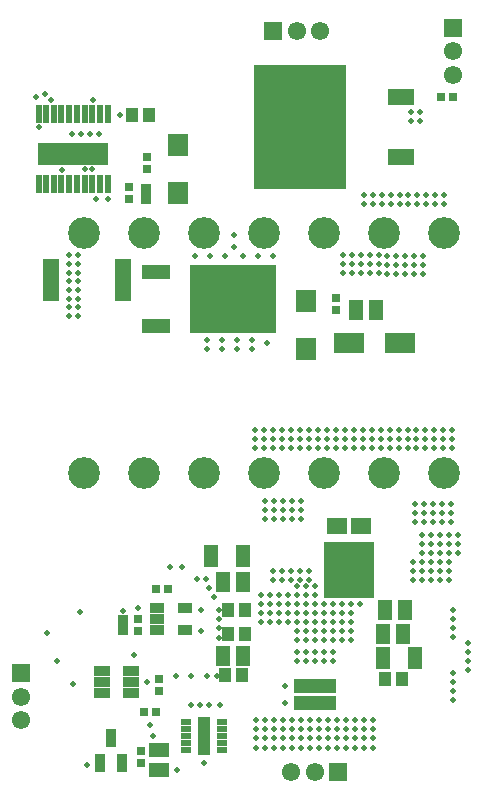
<source format=gbs>
G04*
G04 #@! TF.GenerationSoftware,Altium Limited,Altium Designer,21.2.2 (38)*
G04*
G04 Layer_Color=16711935*
%FSLAX23Y23*%
%MOIN*%
G70*
G04*
G04 #@! TF.SameCoordinates,6939E313-D8E2-45C8-8463-115B02E7E026*
G04*
G04*
G04 #@! TF.FilePolarity,Negative*
G04*
G01*
G75*
%ADD26R,0.027X0.028*%
%ADD29R,0.066X0.049*%
%ADD33R,0.028X0.027*%
%ADD34R,0.039X0.047*%
%ADD35R,0.032X0.034*%
%ADD39R,0.061X0.061*%
%ADD40C,0.061*%
%ADD41R,0.061X0.061*%
%ADD42C,0.106*%
%ADD43C,0.020*%
%ADD71R,0.057X0.032*%
%ADD72R,0.032X0.059*%
%ADD73R,0.047X0.032*%
%ADD74R,0.091X0.056*%
%ADD75R,0.305X0.417*%
%ADD76R,0.039X0.126*%
%ADD77R,0.036X0.024*%
%ADD78R,0.140X0.051*%
%ADD79R,0.049X0.066*%
%ADD80R,0.051X0.075*%
%ADD81R,0.053X0.142*%
%ADD82R,0.071X0.073*%
%ADD83R,0.171X0.191*%
%ADD84R,0.065X0.053*%
%ADD85R,0.101X0.069*%
%ADD86R,0.288X0.228*%
%ADD87R,0.097X0.045*%
%ADD88R,0.232X0.078*%
%ADD89R,0.022X0.059*%
D26*
X1520Y1260D02*
D03*
X1480D02*
D03*
X1560Y1670D02*
D03*
X1520D02*
D03*
X2470Y3310D02*
D03*
X2510D02*
D03*
D29*
X1530Y1067D02*
D03*
Y1133D02*
D03*
D33*
Y1330D02*
D03*
Y1370D02*
D03*
X1470Y1130D02*
D03*
Y1090D02*
D03*
X1460Y1530D02*
D03*
Y1570D02*
D03*
X1490Y3070D02*
D03*
Y3110D02*
D03*
X1430Y2970D02*
D03*
Y3010D02*
D03*
X2120Y2640D02*
D03*
Y2600D02*
D03*
D34*
X2285Y1370D02*
D03*
X2340D02*
D03*
X1752Y1383D02*
D03*
X1808D02*
D03*
X1762Y1518D02*
D03*
X1818D02*
D03*
X1762Y1600D02*
D03*
X1818D02*
D03*
X1442Y3250D02*
D03*
X1498D02*
D03*
D35*
X1410Y1567D02*
D03*
Y1533D02*
D03*
X1488Y3002D02*
D03*
Y2968D02*
D03*
D39*
X1911Y3530D02*
D03*
X2129Y1060D02*
D03*
D40*
X1990Y3530D02*
D03*
X2069D02*
D03*
X2510Y3461D02*
D03*
Y3383D02*
D03*
X2050Y1060D02*
D03*
X1971D02*
D03*
X1070Y1310D02*
D03*
Y1231D02*
D03*
D41*
X2510Y3540D02*
D03*
X1070Y1389D02*
D03*
D42*
X1280Y2855D02*
D03*
X1480D02*
D03*
X1680D02*
D03*
X2080D02*
D03*
X2480D02*
D03*
X1880D02*
D03*
X2280D02*
D03*
X1280Y2055D02*
D03*
X1480D02*
D03*
X1680D02*
D03*
X2080D02*
D03*
X2480D02*
D03*
X1880D02*
D03*
X2280D02*
D03*
D43*
X1246Y1351D02*
D03*
X1267Y1592D02*
D03*
X1157Y1522D02*
D03*
X1190Y1430D02*
D03*
X1510Y1180D02*
D03*
X1461Y1606D02*
D03*
X1411Y1596D02*
D03*
X1448Y1448D02*
D03*
X1502Y1216D02*
D03*
X1490Y1360D02*
D03*
X1291Y1083D02*
D03*
X1670Y1600D02*
D03*
Y1530D02*
D03*
X1951Y1288D02*
D03*
Y1345D02*
D03*
X1230Y2752D02*
D03*
X1260D02*
D03*
X1230Y2781D02*
D03*
X1260D02*
D03*
Y2724D02*
D03*
X1230D02*
D03*
X1260Y2695D02*
D03*
X1230D02*
D03*
X1260Y2666D02*
D03*
X1230D02*
D03*
X1260Y2637D02*
D03*
X1230D02*
D03*
X1260Y2609D02*
D03*
X1230D02*
D03*
X1260Y2580D02*
D03*
X1230D02*
D03*
X1609Y1741D02*
D03*
X1569D02*
D03*
X1690Y1380D02*
D03*
X1637D02*
D03*
X1587D02*
D03*
X1736Y1281D02*
D03*
X1699D02*
D03*
X1669D02*
D03*
X1639D02*
D03*
X1723Y1380D02*
D03*
X1715Y1643D02*
D03*
X1699Y1671D02*
D03*
X1689Y1701D02*
D03*
X1659D02*
D03*
X1730Y1539D02*
D03*
Y1569D02*
D03*
Y1599D02*
D03*
Y1507D02*
D03*
X2003Y1140D02*
D03*
X2033D02*
D03*
X1973D02*
D03*
X1943D02*
D03*
X1913D02*
D03*
X1883D02*
D03*
X1853D02*
D03*
X2213D02*
D03*
X2243D02*
D03*
X2183D02*
D03*
X2153D02*
D03*
X2123D02*
D03*
X2093D02*
D03*
X2063D02*
D03*
X2093Y1232D02*
D03*
X2063D02*
D03*
X2123D02*
D03*
X2063Y1202D02*
D03*
Y1172D02*
D03*
X2093D02*
D03*
Y1202D02*
D03*
X2123D02*
D03*
Y1172D02*
D03*
X2153D02*
D03*
X2183D02*
D03*
X2153Y1202D02*
D03*
X2183D02*
D03*
X2153Y1232D02*
D03*
X2183D02*
D03*
X2243D02*
D03*
X2213D02*
D03*
X2243Y1202D02*
D03*
X2213D02*
D03*
X2243Y1172D02*
D03*
X2213D02*
D03*
X1883Y1232D02*
D03*
X1853D02*
D03*
X1913D02*
D03*
X1853Y1202D02*
D03*
Y1172D02*
D03*
X1883D02*
D03*
Y1202D02*
D03*
X1913D02*
D03*
Y1172D02*
D03*
X1943D02*
D03*
X1973D02*
D03*
X1943Y1202D02*
D03*
X1973D02*
D03*
X1943Y1232D02*
D03*
X1973D02*
D03*
X2033D02*
D03*
X2003D02*
D03*
X2033Y1202D02*
D03*
X2003D02*
D03*
X2033Y1172D02*
D03*
X2003D02*
D03*
X2560Y1490D02*
D03*
Y1400D02*
D03*
Y1430D02*
D03*
Y1460D02*
D03*
X2510Y1390D02*
D03*
Y1300D02*
D03*
Y1330D02*
D03*
Y1360D02*
D03*
Y1600D02*
D03*
Y1510D02*
D03*
Y1540D02*
D03*
Y1570D02*
D03*
X1590Y1065D02*
D03*
X1680Y1090D02*
D03*
X1400Y3250D02*
D03*
X1331Y3187D02*
D03*
X1301D02*
D03*
X1271D02*
D03*
X1241D02*
D03*
X1121Y3308D02*
D03*
X1170Y3300D02*
D03*
X1150Y3320D02*
D03*
X2370Y3230D02*
D03*
X2400D02*
D03*
X2370Y3260D02*
D03*
X2400D02*
D03*
X2362Y2983D02*
D03*
Y2953D02*
D03*
X2392D02*
D03*
X2422D02*
D03*
X2392Y2983D02*
D03*
X2422D02*
D03*
X2482D02*
D03*
X2452D02*
D03*
X2482Y2953D02*
D03*
X2452D02*
D03*
X2305Y2954D02*
D03*
X2335D02*
D03*
X2305Y2984D02*
D03*
X2335D02*
D03*
X2275D02*
D03*
X2245D02*
D03*
X2275Y2954D02*
D03*
X2245D02*
D03*
X2215D02*
D03*
Y2984D02*
D03*
X2143Y2781D02*
D03*
Y2751D02*
D03*
Y2721D02*
D03*
X2173D02*
D03*
X2203D02*
D03*
X2173Y2751D02*
D03*
X2203D02*
D03*
X2173Y2781D02*
D03*
X2203D02*
D03*
X2263D02*
D03*
X2233D02*
D03*
X2263Y2751D02*
D03*
X2233D02*
D03*
X2263Y2721D02*
D03*
X2233D02*
D03*
X2380Y2720D02*
D03*
X2410D02*
D03*
X2380Y2750D02*
D03*
X2410D02*
D03*
X2380Y2780D02*
D03*
X2410D02*
D03*
X2350D02*
D03*
X2320D02*
D03*
X2350Y2750D02*
D03*
X2320D02*
D03*
X2350Y2720D02*
D03*
X2320D02*
D03*
X2290D02*
D03*
Y2750D02*
D03*
Y2780D02*
D03*
X2379Y1759D02*
D03*
Y1729D02*
D03*
Y1699D02*
D03*
X2409D02*
D03*
X2439D02*
D03*
X2409Y1729D02*
D03*
X2439D02*
D03*
X2409Y1759D02*
D03*
X2439D02*
D03*
X2499D02*
D03*
X2469D02*
D03*
X2499Y1729D02*
D03*
X2469D02*
D03*
X2499Y1699D02*
D03*
X2469D02*
D03*
X2409Y1849D02*
D03*
Y1819D02*
D03*
Y1789D02*
D03*
X2439D02*
D03*
X2469D02*
D03*
X2439Y1819D02*
D03*
X2469D02*
D03*
X2439Y1849D02*
D03*
X2469D02*
D03*
X2529D02*
D03*
X2499D02*
D03*
X2529Y1819D02*
D03*
X2499D02*
D03*
X2529Y1789D02*
D03*
X2499D02*
D03*
X1974Y1902D02*
D03*
X2004D02*
D03*
X1974Y1932D02*
D03*
X2004D02*
D03*
X1974Y1962D02*
D03*
X2004D02*
D03*
X1944D02*
D03*
X1914D02*
D03*
X1944Y1932D02*
D03*
X1914D02*
D03*
X1944Y1902D02*
D03*
X1914D02*
D03*
X1884D02*
D03*
Y1932D02*
D03*
Y1962D02*
D03*
X2474Y1892D02*
D03*
X2504D02*
D03*
X2474Y1922D02*
D03*
X2504D02*
D03*
X2474Y1952D02*
D03*
X2504D02*
D03*
X2444D02*
D03*
X2414D02*
D03*
X2444Y1922D02*
D03*
X2414D02*
D03*
X2444Y1892D02*
D03*
X2414D02*
D03*
X2384D02*
D03*
Y1922D02*
D03*
Y1952D02*
D03*
X1850Y2140D02*
D03*
Y2170D02*
D03*
Y2200D02*
D03*
X2387Y2199D02*
D03*
Y2169D02*
D03*
Y2139D02*
D03*
X2417D02*
D03*
X2447D02*
D03*
X2417Y2169D02*
D03*
X2447D02*
D03*
X2417Y2199D02*
D03*
X2447D02*
D03*
X2507D02*
D03*
X2477D02*
D03*
X2507Y2169D02*
D03*
X2477D02*
D03*
X2507Y2139D02*
D03*
X2477D02*
D03*
X2330Y2140D02*
D03*
X2360D02*
D03*
X2330Y2170D02*
D03*
X2360D02*
D03*
X2330Y2200D02*
D03*
X2360D02*
D03*
X2300D02*
D03*
X2270D02*
D03*
X2300Y2170D02*
D03*
X2270D02*
D03*
X2300Y2140D02*
D03*
X2270D02*
D03*
X2240D02*
D03*
Y2170D02*
D03*
X2210D02*
D03*
Y2140D02*
D03*
X2240Y2200D02*
D03*
X2210D02*
D03*
X2030D02*
D03*
X2000D02*
D03*
X2060D02*
D03*
X2000Y2170D02*
D03*
Y2140D02*
D03*
X2030D02*
D03*
Y2170D02*
D03*
X2060D02*
D03*
Y2140D02*
D03*
X2090D02*
D03*
X2120D02*
D03*
X2090Y2170D02*
D03*
X2120D02*
D03*
X2090Y2200D02*
D03*
X2120D02*
D03*
X2180D02*
D03*
X2150D02*
D03*
X2180Y2170D02*
D03*
X2150D02*
D03*
X2180Y2140D02*
D03*
X2150D02*
D03*
X1940D02*
D03*
X1970D02*
D03*
X1940Y2170D02*
D03*
X1970D02*
D03*
X1940Y2200D02*
D03*
X1970D02*
D03*
X1910D02*
D03*
Y2170D02*
D03*
Y2140D02*
D03*
X1880D02*
D03*
Y2170D02*
D03*
Y2200D02*
D03*
X1910Y1730D02*
D03*
Y1700D02*
D03*
X1940D02*
D03*
Y1730D02*
D03*
X1970D02*
D03*
X2000D02*
D03*
X1970Y1700D02*
D03*
X2000D02*
D03*
X2030D02*
D03*
Y1730D02*
D03*
X1870Y1620D02*
D03*
Y1590D02*
D03*
Y1560D02*
D03*
X1900D02*
D03*
Y1590D02*
D03*
Y1620D02*
D03*
X1870Y1650D02*
D03*
X1900D02*
D03*
X1960D02*
D03*
X1930D02*
D03*
X1960Y1620D02*
D03*
X1930D02*
D03*
X1960Y1590D02*
D03*
X1930D02*
D03*
X1960Y1560D02*
D03*
X1930D02*
D03*
X2140Y1500D02*
D03*
X2170D02*
D03*
X2140Y1530D02*
D03*
X2170D02*
D03*
X2140Y1560D02*
D03*
X2170D02*
D03*
X2140Y1590D02*
D03*
X2170D02*
D03*
X2140Y1620D02*
D03*
X2170D02*
D03*
X2200D02*
D03*
X2110D02*
D03*
X2080D02*
D03*
X2110Y1590D02*
D03*
X2080D02*
D03*
X2110Y1560D02*
D03*
Y1530D02*
D03*
Y1500D02*
D03*
Y1460D02*
D03*
Y1430D02*
D03*
X2080D02*
D03*
X2050D02*
D03*
X2080Y1460D02*
D03*
X2050D02*
D03*
Y1500D02*
D03*
X2080D02*
D03*
X2050Y1530D02*
D03*
X2080D02*
D03*
Y1560D02*
D03*
X2050D02*
D03*
Y1590D02*
D03*
X2020D02*
D03*
Y1560D02*
D03*
Y1530D02*
D03*
Y1500D02*
D03*
Y1460D02*
D03*
Y1430D02*
D03*
X1990D02*
D03*
Y1460D02*
D03*
Y1500D02*
D03*
Y1530D02*
D03*
Y1560D02*
D03*
Y1590D02*
D03*
X2050Y1680D02*
D03*
Y1650D02*
D03*
Y1620D02*
D03*
X1990D02*
D03*
Y1650D02*
D03*
Y1680D02*
D03*
X2020D02*
D03*
Y1620D02*
D03*
Y1650D02*
D03*
X1130Y3210D02*
D03*
X1208Y3065D02*
D03*
X1650Y2780D02*
D03*
X1910D02*
D03*
X1700D02*
D03*
X1860D02*
D03*
X1750D02*
D03*
X1810D02*
D03*
X1780Y2810D02*
D03*
Y2850D02*
D03*
X1840Y2500D02*
D03*
X1690D02*
D03*
X1740D02*
D03*
X1790D02*
D03*
X1890Y2490D02*
D03*
X1840Y2470D02*
D03*
X1790D02*
D03*
X1740D02*
D03*
X1690D02*
D03*
X1310Y3300D02*
D03*
X1360Y2970D02*
D03*
X1320D02*
D03*
X1284Y3070D02*
D03*
X1309D02*
D03*
D71*
X1341Y1397D02*
D03*
Y1360D02*
D03*
Y1323D02*
D03*
X1439D02*
D03*
Y1360D02*
D03*
Y1397D02*
D03*
D72*
X1370Y1171D02*
D03*
X1333Y1089D02*
D03*
X1407D02*
D03*
D73*
X1523Y1533D02*
D03*
Y1570D02*
D03*
Y1607D02*
D03*
X1617D02*
D03*
Y1533D02*
D03*
D74*
X2338Y3310D02*
D03*
Y3110D02*
D03*
D75*
X2000Y3210D02*
D03*
D76*
X1680Y1180D02*
D03*
D77*
X1620Y1227D02*
D03*
Y1204D02*
D03*
Y1180D02*
D03*
Y1156D02*
D03*
Y1133D02*
D03*
X1740D02*
D03*
Y1156D02*
D03*
Y1180D02*
D03*
Y1204D02*
D03*
Y1227D02*
D03*
D78*
X2050Y1290D02*
D03*
Y1345D02*
D03*
D79*
X2350Y1600D02*
D03*
X2284D02*
D03*
X1746Y1692D02*
D03*
X1812D02*
D03*
X2344Y1520D02*
D03*
X2278D02*
D03*
X1746Y1445D02*
D03*
X1812D02*
D03*
X2253Y2600D02*
D03*
X2187D02*
D03*
D80*
X1811Y1778D02*
D03*
X1705D02*
D03*
X2279Y1439D02*
D03*
X2385D02*
D03*
D81*
X1170Y2700D02*
D03*
X1410D02*
D03*
D82*
X1595Y3150D02*
D03*
Y2990D02*
D03*
X2020Y2470D02*
D03*
Y2630D02*
D03*
D83*
X2165Y1731D02*
D03*
D84*
X2126Y1878D02*
D03*
X2204D02*
D03*
D85*
X2165Y2490D02*
D03*
X2335D02*
D03*
D86*
X1778Y2635D02*
D03*
D87*
X1520Y2725D02*
D03*
Y2545D02*
D03*
D88*
X1245Y3120D02*
D03*
D89*
X1130Y3253D02*
D03*
X1155D02*
D03*
X1181D02*
D03*
X1206D02*
D03*
X1232D02*
D03*
X1258D02*
D03*
X1283D02*
D03*
X1309D02*
D03*
X1334D02*
D03*
X1360D02*
D03*
X1130Y3020D02*
D03*
X1155D02*
D03*
X1181D02*
D03*
X1206D02*
D03*
X1232D02*
D03*
X1258D02*
D03*
X1283D02*
D03*
X1309D02*
D03*
X1334D02*
D03*
X1360D02*
D03*
M02*

</source>
